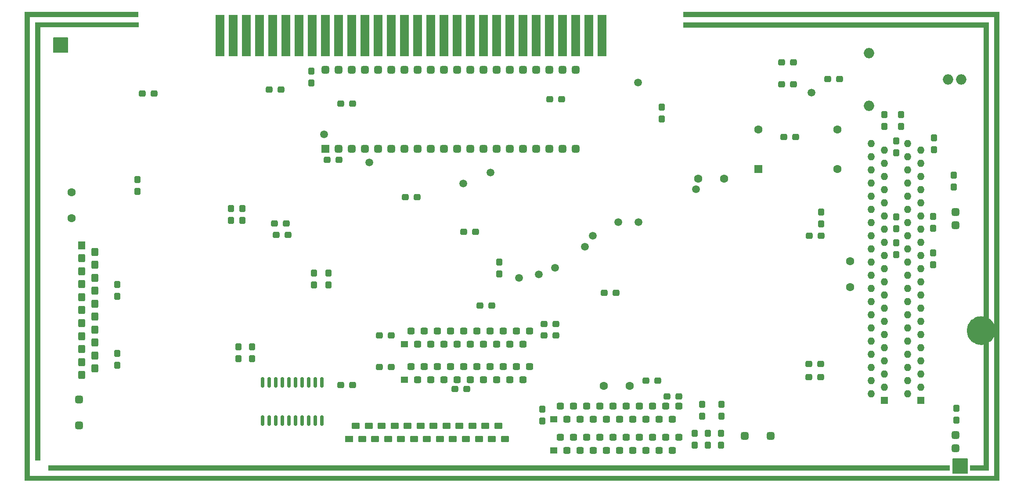
<source format=gbs>
G04 #@! TF.GenerationSoftware,KiCad,Pcbnew,7.0.2-0*
G04 #@! TF.CreationDate,2023-07-10T22:49:25+02:00*
G04 #@! TF.ProjectId,MegaCD,4d656761-4344-42e6-9b69-6361645f7063,rev?*
G04 #@! TF.SameCoordinates,Original*
G04 #@! TF.FileFunction,Soldermask,Bot*
G04 #@! TF.FilePolarity,Negative*
%FSLAX46Y46*%
G04 Gerber Fmt 4.6, Leading zero omitted, Abs format (unit mm)*
G04 Created by KiCad (PCBNEW 7.0.2-0) date 2023-07-10 22:49:25*
%MOMM*%
%LPD*%
G01*
G04 APERTURE LIST*
G04 Aperture macros list*
%AMRoundRect*
0 Rectangle with rounded corners*
0 $1 Rounding radius*
0 $2 $3 $4 $5 $6 $7 $8 $9 X,Y pos of 4 corners*
0 Add a 4 corners polygon primitive as box body*
4,1,4,$2,$3,$4,$5,$6,$7,$8,$9,$2,$3,0*
0 Add four circle primitives for the rounded corners*
1,1,$1+$1,$2,$3*
1,1,$1+$1,$4,$5*
1,1,$1+$1,$6,$7*
1,1,$1+$1,$8,$9*
0 Add four rect primitives between the rounded corners*
20,1,$1+$1,$2,$3,$4,$5,0*
20,1,$1+$1,$4,$5,$6,$7,0*
20,1,$1+$1,$6,$7,$8,$9,0*
20,1,$1+$1,$8,$9,$2,$3,0*%
G04 Aperture macros list end*
%ADD10C,2.767879*%
%ADD11C,0.150000*%
%ADD12R,1.600000X1.600000*%
%ADD13C,1.600000*%
%ADD14R,1.400000X1.400000*%
%ADD15O,1.400000X1.400000*%
%ADD16R,1.600000X1.200000*%
%ADD17RoundRect,0.300000X0.500000X-0.300000X0.500000X0.300000X-0.500000X0.300000X-0.500000X-0.300000X0*%
%ADD18R,1.400000X1.300000*%
%ADD19RoundRect,0.325000X0.375000X-0.325000X0.375000X0.325000X-0.375000X0.325000X-0.375000X-0.325000X0*%
%ADD20RoundRect,0.375000X-0.375000X0.375000X-0.375000X-0.375000X0.375000X-0.375000X0.375000X0.375000X0*%
%ADD21R,1.400000X1.600000*%
%ADD22RoundRect,0.350000X-0.350000X-0.450000X0.350000X-0.450000X0.350000X0.450000X-0.350000X0.450000X0*%
%ADD23O,2.000000X2.000000*%
%ADD24R,1.778000X8.000000*%
%ADD25RoundRect,0.375000X-0.375000X-0.375000X0.375000X-0.375000X0.375000X0.375000X-0.375000X0.375000X0*%
%ADD26RoundRect,0.375000X0.375000X-0.375000X0.375000X0.375000X-0.375000X0.375000X-0.375000X-0.375000X0*%
%ADD27RoundRect,0.255319X0.344681X-0.394681X0.344681X0.394681X-0.344681X0.394681X-0.344681X-0.394681X0*%
%ADD28C,1.500000*%
%ADD29RoundRect,0.255319X-0.344681X0.394681X-0.344681X-0.394681X0.344681X-0.394681X0.344681X0.394681X0*%
%ADD30RoundRect,0.255319X-0.394681X-0.344681X0.394681X-0.344681X0.394681X0.344681X-0.394681X0.344681X0*%
%ADD31RoundRect,0.255319X0.394681X0.344681X-0.394681X0.344681X-0.394681X-0.344681X0.394681X-0.344681X0*%
%ADD32RoundRect,0.150000X0.150000X-0.875000X0.150000X0.875000X-0.150000X0.875000X-0.150000X-0.875000X0*%
G04 APERTURE END LIST*
D10*
X231990539Y-107721400D02*
G75*
G03*
X231990539Y-107721400I-1383939J0D01*
G01*
G36*
X231105200Y-48285400D02*
G01*
X232105200Y-48285400D01*
X232105200Y-134696200D01*
X231105200Y-134696200D01*
X231105200Y-48285400D01*
G37*
D11*
X225145600Y-132435600D02*
X227914200Y-132435600D01*
X227914200Y-135255000D01*
X225145600Y-135255000D01*
X225145600Y-132435600D01*
G36*
X225145600Y-132435600D02*
G01*
X227914200Y-132435600D01*
X227914200Y-135255000D01*
X225145600Y-135255000D01*
X225145600Y-132435600D01*
G37*
G36*
X46202600Y-135728200D02*
G01*
X234086400Y-135728200D01*
X234086400Y-136702800D01*
X46202600Y-136702800D01*
X46202600Y-135728200D01*
G37*
G36*
X48234600Y-48742600D02*
G01*
X49242600Y-48742600D01*
X49242600Y-132816600D01*
X48234600Y-132816600D01*
X48234600Y-48742600D01*
G37*
G36*
X46202600Y-47091600D02*
G01*
X47202600Y-47091600D01*
X47202600Y-136702800D01*
X46202600Y-136702800D01*
X46202600Y-47091600D01*
G37*
G36*
X173202600Y-48285400D02*
G01*
X232105200Y-48285400D01*
X232105200Y-49269400D01*
X173202600Y-49269400D01*
X173202600Y-48285400D01*
G37*
G36*
X50749200Y-133696200D02*
G01*
X224561400Y-133696200D01*
X224561400Y-134696200D01*
X50749200Y-134696200D01*
X50749200Y-133696200D01*
G37*
G36*
X46202600Y-46253400D02*
G01*
X68097400Y-46253400D01*
X68097400Y-47253400D01*
X46202600Y-47253400D01*
X46202600Y-46253400D01*
G37*
G36*
X173202600Y-46278800D02*
G01*
X234086400Y-46278800D01*
X234086400Y-47261400D01*
X173202600Y-47261400D01*
X173202600Y-46278800D01*
G37*
X51714400Y-51231800D02*
X54483000Y-51231800D01*
X54483000Y-54051200D01*
X51714400Y-54051200D01*
X51714400Y-51231800D01*
G36*
X51714400Y-51231800D02*
G01*
X54483000Y-51231800D01*
X54483000Y-54051200D01*
X51714400Y-54051200D01*
X51714400Y-51231800D01*
G37*
G36*
X228473000Y-133696200D02*
G01*
X232105200Y-133696200D01*
X232105200Y-134696200D01*
X228473000Y-134696200D01*
X228473000Y-133696200D01*
G37*
G36*
X233086400Y-46278800D02*
G01*
X234086400Y-46278800D01*
X234086400Y-136702800D01*
X233086400Y-136702800D01*
X233086400Y-46278800D01*
G37*
G36*
X48234600Y-48242600D02*
G01*
X68148200Y-48242600D01*
X68148200Y-49242600D01*
X48234600Y-49242600D01*
X48234600Y-48242600D01*
G37*
D12*
X187629800Y-76581000D03*
D13*
X202869800Y-76581000D03*
X202869800Y-68961000D03*
X187629800Y-68961000D03*
D14*
X211963000Y-121158000D03*
D15*
X209423000Y-119888000D03*
X211963000Y-118618000D03*
X209423000Y-117348000D03*
X211963000Y-116078000D03*
X209423000Y-114808000D03*
X211963000Y-113538000D03*
X209423000Y-112268000D03*
X211963000Y-110998000D03*
X209423000Y-109728000D03*
X211963000Y-108458000D03*
X209423000Y-107188000D03*
X211963000Y-105918000D03*
X209423000Y-104648000D03*
X211963000Y-103378000D03*
X209423000Y-102108000D03*
X211963000Y-100838000D03*
X209423000Y-99568000D03*
X211963000Y-98298000D03*
X209423000Y-97028000D03*
X211963000Y-95758000D03*
X209423000Y-94488000D03*
X211963000Y-93218000D03*
X209423000Y-91948000D03*
X211963000Y-90678000D03*
X209423000Y-89408000D03*
X211963000Y-88138000D03*
X209423000Y-86868000D03*
X211963000Y-85598000D03*
X209423000Y-84328000D03*
X211963000Y-83058000D03*
X209423000Y-81788000D03*
X211963000Y-80518000D03*
X209423000Y-79248000D03*
X211963000Y-77978000D03*
X209423000Y-76708000D03*
X211963000Y-75438000D03*
X209423000Y-74168000D03*
X211963000Y-72898000D03*
X209423000Y-71628000D03*
D13*
X176076600Y-78460600D03*
X181076600Y-78460600D03*
X162839400Y-118389400D03*
X157839400Y-118389400D03*
D16*
X108758000Y-128651000D03*
D17*
X110008000Y-126111000D03*
X111258000Y-128651000D03*
X112508000Y-126111000D03*
X113758000Y-128651000D03*
X115008000Y-126111000D03*
X116258000Y-128651000D03*
X117508000Y-126111000D03*
X118758000Y-128651000D03*
X120008000Y-126111000D03*
X121258000Y-128651000D03*
X122508000Y-126111000D03*
X123758000Y-128651000D03*
X125008000Y-126111000D03*
X126258000Y-128651000D03*
X127508000Y-126111000D03*
X128758000Y-128651000D03*
X130008000Y-126111000D03*
X131258000Y-128651000D03*
X132508000Y-126111000D03*
X133758000Y-128651000D03*
X135008000Y-126111000D03*
X136258000Y-128651000D03*
X137508000Y-126111000D03*
X138758000Y-128651000D03*
D18*
X119380000Y-117221000D03*
D19*
X120650000Y-114681000D03*
X121920000Y-117221000D03*
X123190000Y-114681000D03*
X124460000Y-117221000D03*
X125730000Y-114681000D03*
X127000000Y-117221000D03*
X128270000Y-114681000D03*
X129540000Y-117221000D03*
X130810000Y-114681000D03*
X132080000Y-117221000D03*
X133350000Y-114681000D03*
X134620000Y-117221000D03*
X135890000Y-114681000D03*
X137160000Y-117221000D03*
X138430000Y-114681000D03*
X139700000Y-117221000D03*
X140970000Y-114681000D03*
X142240000Y-117221000D03*
X143510000Y-114681000D03*
D13*
X55245000Y-81026000D03*
X55245000Y-86026000D03*
D20*
X56642000Y-125980200D03*
X56642000Y-120980200D03*
D14*
X218948000Y-121158000D03*
D15*
X216408000Y-119888000D03*
X218948000Y-118618000D03*
X216408000Y-117348000D03*
X218948000Y-116078000D03*
X216408000Y-114808000D03*
X218948000Y-113538000D03*
X216408000Y-112268000D03*
X218948000Y-110998000D03*
X216408000Y-109728000D03*
X218948000Y-108458000D03*
X216408000Y-107188000D03*
X218948000Y-105918000D03*
X216408000Y-104648000D03*
X218948000Y-103378000D03*
X216408000Y-102108000D03*
X218948000Y-100838000D03*
X216408000Y-99568000D03*
X218948000Y-98298000D03*
X216408000Y-97028000D03*
X218948000Y-95758000D03*
X216408000Y-94488000D03*
X218948000Y-93218000D03*
X216408000Y-91948000D03*
X218948000Y-90678000D03*
X216408000Y-89408000D03*
X218948000Y-88138000D03*
X216408000Y-86868000D03*
X218948000Y-85598000D03*
X216408000Y-84328000D03*
X218948000Y-83058000D03*
X216408000Y-81788000D03*
X218948000Y-80518000D03*
X216408000Y-79248000D03*
X218948000Y-77978000D03*
X216408000Y-76708000D03*
X218948000Y-75438000D03*
X216408000Y-74168000D03*
X218948000Y-72898000D03*
X216408000Y-71628000D03*
D21*
X57150000Y-91279000D03*
D22*
X59690000Y-92529000D03*
X57150000Y-93779000D03*
X59690000Y-95029000D03*
X57150000Y-96279000D03*
X59690000Y-97529000D03*
X57150000Y-98779000D03*
X59690000Y-100029000D03*
X57150000Y-101279000D03*
X59690000Y-102529000D03*
X57150000Y-103779000D03*
X59690000Y-105029000D03*
X57150000Y-106279000D03*
X59690000Y-107529000D03*
X57150000Y-108779000D03*
X59690000Y-110029000D03*
X57150000Y-111279000D03*
X59690000Y-112529000D03*
X57150000Y-113779000D03*
X59690000Y-115029000D03*
X57150000Y-116279000D03*
D23*
X208965800Y-54229000D03*
X208965800Y-64389000D03*
X224205800Y-59309000D03*
X226745800Y-59309000D03*
D18*
X148209000Y-124790200D03*
D19*
X149479000Y-122250200D03*
X150749000Y-124790200D03*
X152019000Y-122250200D03*
X153289000Y-124790200D03*
X154559000Y-122250200D03*
X155829000Y-124790200D03*
X157099000Y-122250200D03*
X158369000Y-124790200D03*
X159639000Y-122250200D03*
X160909000Y-124790200D03*
X162179000Y-122250200D03*
X163449000Y-124790200D03*
X164719000Y-122250200D03*
X165989000Y-124790200D03*
X167259000Y-122250200D03*
X168529000Y-124790200D03*
X169799000Y-122250200D03*
X171069000Y-124790200D03*
X172339000Y-122250200D03*
D24*
X157480000Y-50800000D03*
X154940000Y-50800000D03*
X152400000Y-50800000D03*
X149860000Y-50800000D03*
X147320000Y-50800000D03*
X144780000Y-50800000D03*
X142240000Y-50800000D03*
X139700000Y-50800000D03*
X137160000Y-50800000D03*
X134620000Y-50800000D03*
X132080000Y-50800000D03*
X129540000Y-50800000D03*
X127000000Y-50800000D03*
X124460000Y-50800000D03*
X121920000Y-50800000D03*
X119380000Y-50800000D03*
X116840000Y-50800000D03*
X114300000Y-50800000D03*
X111760000Y-50800000D03*
X109220000Y-50800000D03*
X106680000Y-50800000D03*
X104140000Y-50800000D03*
X101600000Y-50800000D03*
X99060000Y-50800000D03*
X96520000Y-50800000D03*
X93980000Y-50800000D03*
X91440000Y-50800000D03*
X88900000Y-50800000D03*
X86360000Y-50800000D03*
X83820000Y-50800000D03*
D18*
X119380000Y-110312200D03*
D19*
X120650000Y-107772200D03*
X121920000Y-110312200D03*
X123190000Y-107772200D03*
X124460000Y-110312200D03*
X125730000Y-107772200D03*
X127000000Y-110312200D03*
X128270000Y-107772200D03*
X129540000Y-110312200D03*
X130810000Y-107772200D03*
X132080000Y-110312200D03*
X133350000Y-107772200D03*
X134620000Y-110312200D03*
X135890000Y-107772200D03*
X137160000Y-110312200D03*
X138430000Y-107772200D03*
X139700000Y-110312200D03*
X140970000Y-107772200D03*
X142240000Y-110312200D03*
X143510000Y-107772200D03*
D25*
X189988200Y-128016000D03*
X184988200Y-128016000D03*
D18*
X148209000Y-130835400D03*
D19*
X149479000Y-128295400D03*
X150749000Y-130835400D03*
X152019000Y-128295400D03*
X153289000Y-130835400D03*
X154559000Y-128295400D03*
X155829000Y-130835400D03*
X157099000Y-128295400D03*
X158369000Y-130835400D03*
X159639000Y-128295400D03*
X160909000Y-130835400D03*
X162179000Y-128295400D03*
X163449000Y-130835400D03*
X164719000Y-128295400D03*
X165989000Y-130835400D03*
X167259000Y-128295400D03*
X168529000Y-130835400D03*
X169799000Y-128295400D03*
X171069000Y-130835400D03*
X172339000Y-128295400D03*
D13*
X205359000Y-94314000D03*
X205359000Y-99314000D03*
D12*
X104140000Y-72644000D03*
D26*
X106680000Y-72644000D03*
X109220000Y-72644000D03*
X111760000Y-72644000D03*
X114300000Y-72644000D03*
X116840000Y-72644000D03*
X119380000Y-72644000D03*
X121920000Y-72644000D03*
X124460000Y-72644000D03*
X127000000Y-72644000D03*
X129540000Y-72644000D03*
X132080000Y-72644000D03*
X134620000Y-72644000D03*
X137160000Y-72644000D03*
X139700000Y-72644000D03*
X142240000Y-72644000D03*
X144780000Y-72644000D03*
X147320000Y-72644000D03*
X149860000Y-72644000D03*
X152400000Y-72644000D03*
X152400000Y-57404000D03*
X149860000Y-57404000D03*
X147320000Y-57404000D03*
X144780000Y-57404000D03*
X142240000Y-57404000D03*
X139700000Y-57404000D03*
X137160000Y-57404000D03*
X134620000Y-57404000D03*
X132080000Y-57404000D03*
X129540000Y-57404000D03*
X127000000Y-57404000D03*
X124460000Y-57404000D03*
X121920000Y-57404000D03*
X119380000Y-57404000D03*
X116840000Y-57404000D03*
X114300000Y-57404000D03*
X111760000Y-57404000D03*
X109220000Y-57404000D03*
X106680000Y-57404000D03*
X104140000Y-57404000D03*
D27*
X146024600Y-125145800D03*
X146024600Y-122859800D03*
X225806000Y-124968000D03*
X225806000Y-122682000D03*
D28*
X175590200Y-80492600D03*
D29*
X64008000Y-112141000D03*
X64008000Y-114427000D03*
D30*
X170053000Y-120421400D03*
X172339000Y-120421400D03*
D28*
X135966200Y-77241400D03*
X164515800Y-86791800D03*
D30*
X146329400Y-106451400D03*
X148615400Y-106451400D03*
X197485000Y-89408000D03*
X199771000Y-89408000D03*
D29*
X214198200Y-85775800D03*
X214198200Y-88061800D03*
D31*
X97002600Y-89230200D03*
X94716600Y-89230200D03*
D29*
X177927000Y-127533400D03*
X177927000Y-129819400D03*
D30*
X107111800Y-63982600D03*
X109397800Y-63982600D03*
D28*
X141478000Y-97536000D03*
D30*
X157937200Y-100457000D03*
X160223200Y-100457000D03*
D28*
X112649000Y-75311000D03*
X164465000Y-59867800D03*
D27*
X67945000Y-80899000D03*
X67945000Y-78613000D03*
D30*
X93345000Y-61214000D03*
X95631000Y-61214000D03*
D27*
X214198200Y-93091000D03*
X214198200Y-90805000D03*
D29*
X211963000Y-66040000D03*
X211963000Y-68326000D03*
D30*
X165989000Y-117373400D03*
X168275000Y-117373400D03*
D29*
X85928200Y-84201000D03*
X85928200Y-86487000D03*
D31*
X96647000Y-87096600D03*
X94361000Y-87096600D03*
D32*
X103454200Y-125044200D03*
X102184200Y-125044200D03*
X100914200Y-125044200D03*
X99644200Y-125044200D03*
X98374200Y-125044200D03*
X97104200Y-125044200D03*
X95834200Y-125044200D03*
X94564200Y-125044200D03*
X93294200Y-125044200D03*
X92024200Y-125044200D03*
X92024200Y-117678200D03*
X93294200Y-117678200D03*
X94564200Y-117678200D03*
X95834200Y-117678200D03*
X97104200Y-117678200D03*
X98374200Y-117678200D03*
X99644200Y-117678200D03*
X100914200Y-117678200D03*
X102184200Y-117678200D03*
X103454200Y-117678200D03*
D28*
X154178000Y-91567000D03*
D31*
X106807000Y-74803000D03*
X104521000Y-74803000D03*
D26*
X225628200Y-84861400D03*
X225628200Y-87401400D03*
D29*
X101473000Y-57658000D03*
X101473000Y-59944000D03*
D28*
X197866000Y-61849000D03*
D31*
X194437000Y-56007000D03*
X192151000Y-56007000D03*
D30*
X133985000Y-102870000D03*
X136271000Y-102870000D03*
D28*
X103911400Y-69875400D03*
D29*
X137668000Y-94488000D03*
X137668000Y-96774000D03*
D31*
X116840000Y-108635800D03*
X114554000Y-108635800D03*
D29*
X87376000Y-110871000D03*
X87376000Y-113157000D03*
X104775000Y-96647000D03*
X104775000Y-98933000D03*
D27*
X199771000Y-87122000D03*
X199771000Y-84836000D03*
D31*
X116840000Y-114731800D03*
X114554000Y-114731800D03*
X131394200Y-118999000D03*
X129108200Y-118999000D03*
D27*
X175387000Y-129819400D03*
X175387000Y-127533400D03*
D29*
X64008000Y-98806000D03*
X64008000Y-101092000D03*
D30*
X197358000Y-114173000D03*
X199644000Y-114173000D03*
D29*
X90043000Y-110871000D03*
X90043000Y-113157000D03*
D30*
X146329400Y-108635800D03*
X148615400Y-108635800D03*
D29*
X215163400Y-66040000D03*
X215163400Y-68326000D03*
D27*
X176809400Y-124231400D03*
X176809400Y-121945400D03*
D26*
X225628200Y-127838200D03*
X225628200Y-130378200D03*
D30*
X130810000Y-88646000D03*
X133096000Y-88646000D03*
X201041000Y-59182000D03*
X203327000Y-59182000D03*
X107162600Y-118186200D03*
X109448600Y-118186200D03*
D27*
X180568600Y-124231400D03*
X180568600Y-121945400D03*
D28*
X160655000Y-86791800D03*
D30*
X68834000Y-61976000D03*
X71120000Y-61976000D03*
D28*
X148463000Y-95631000D03*
D29*
X88163400Y-84201000D03*
X88163400Y-86487000D03*
D30*
X197358000Y-116713000D03*
X199644000Y-116713000D03*
D27*
X101981000Y-98933000D03*
X101981000Y-96647000D03*
X180467000Y-129819400D03*
X180467000Y-127533400D03*
X169037000Y-66929000D03*
X169037000Y-64643000D03*
X221361000Y-88011000D03*
X221361000Y-85725000D03*
D28*
X130784600Y-79324200D03*
X145288000Y-96901000D03*
D31*
X121869200Y-81965800D03*
X119583200Y-81965800D03*
D28*
X155702000Y-89408000D03*
D27*
X221488000Y-72792500D03*
X221488000Y-70506500D03*
D31*
X149733000Y-63119000D03*
X147447000Y-63119000D03*
D30*
X192532000Y-70358000D03*
X194818000Y-70358000D03*
D27*
X225298000Y-79994000D03*
X225298000Y-77708000D03*
D31*
X194437000Y-60198000D03*
X192151000Y-60198000D03*
D27*
X214198200Y-73431400D03*
X214198200Y-71145400D03*
X221361000Y-94996000D03*
X221361000Y-92710000D03*
M02*

</source>
